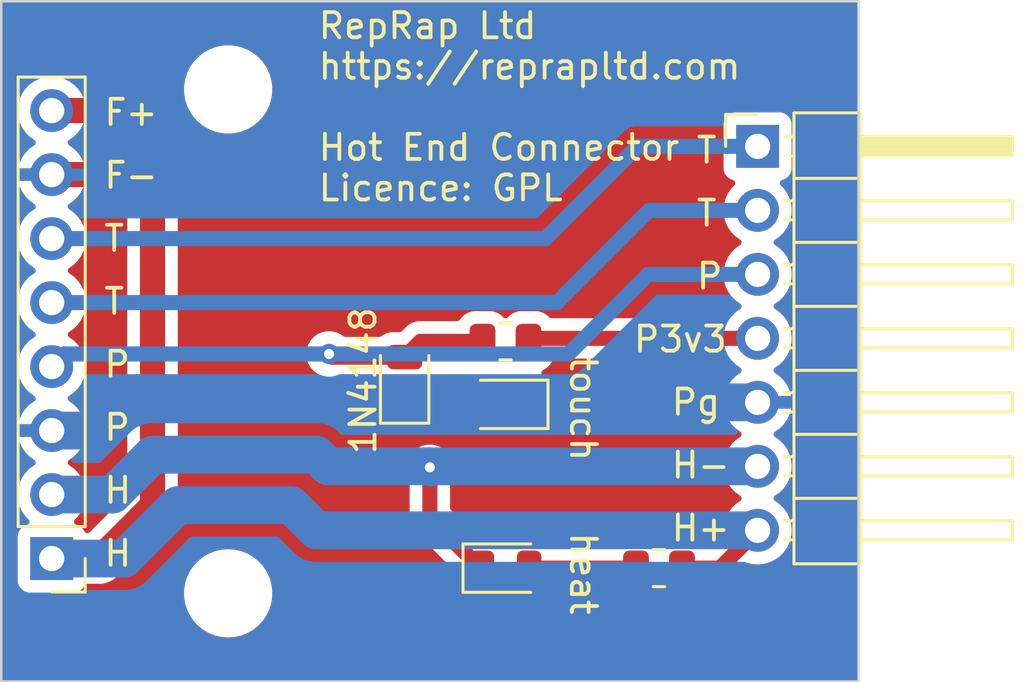
<source format=kicad_pcb>
(kicad_pcb (version 20221018) (generator pcbnew)
  (layers (0 "F.Cu" signal) (31 "B.Cu" signal) (34 "B.Paste" user) (35 "F.Paste" user) (36 "B.SilkS" user "B.Silkscreen") (37 "F.SilkS" user "F.Silkscreen") (38 "B.Mask" user) (39 "F.Mask" user) (44 "Edge.Cuts" user))
  (net 0 "")
  (net 1 "/H-")
  (net 2 "Net-(D1-A)")
  (net 3 "/GND")
  (net 4 "/probe")
  (net 5 "/T-b")
  (net 6 "/T-a")
  (net 7 "/+3V3")
  (net 8 "/+12V")
  (net 9 "Net-(D2-A)")
  (footprint "Resistor_SMD:R_0805_2012Metric" (layer "F.Cu") (at 55.0875 177)
    (fp_text reference "R1" hide)
    (fp_text value "820R")
    (fp_line (start -0.227064 -0.735) (end 0.227064 -0.735) (stroke (width 0.12)) (layer "F.SilkS"))
    (fp_line (start -0.227064 0.735) (end 0.227064 0.735) (stroke (width 0.12)) (layer "F.SilkS"))
    (pad "1" smd roundrect (at -0.9125 0) (size 1.025 1.4) (layers "F.Cu" "F.Paste" "F.Mask") (roundrect_rratio 0.243902439) (net 2 "Net-(D1-A)"))
    (pad "2" smd roundrect (at 0.9125 0) (size 1.025 1.4) (layers "F.Cu" "F.Paste" "F.Mask") (roundrect_rratio 0.243902439) (net 8 "/+12V"))
  )
  (footprint "Resistor_SMD:R_0805_2012Metric" (layer "F.Cu") (at 49 168)
    (fp_text reference "R2" hide)
    (fp_text value "220R")
    (fp_line (start -0.227064 -0.735) (end 0.227064 -0.735) (stroke (width 0.12)) (layer "F.SilkS"))
    (fp_line (start -0.227064 0.735) (end 0.227064 0.735) (stroke (width 0.12)) (layer "F.SilkS"))
    (pad "1" smd roundrect (at -0.9125 0) (size 1.025 1.4) (layers "F.Cu" "F.Paste" "F.Mask") (roundrect_rratio 0.243902439) (net 4 "/probe"))
    (pad "2" smd roundrect (at 0.9125 0) (size 1.025 1.4) (layers "F.Cu" "F.Paste" "F.Mask") (roundrect_rratio 0.243902439) (net 7 "/+3V3"))
  )
  (footprint "MountingHole:MountingHole_3mm" (layer "F.Cu") (at 38 178)
    (fp_text reference "H1" hide)
    (fp_text value "MountingHole" hide)
    (pad "" np_thru_hole circle (at 0 0) (size 3 3) (drill 3) (layers "*.Cu" "*.Mask"))
  )
  (footprint "Diode_SMD:D_0805_2012Metric" (layer "F.Cu") (at 45 169.5625 90)
    (fp_text reference "1N4148" (at 0 -1.65 90) (layer "F.SilkS"))
    (fp_text value "1N4148" hide)
    (fp_line (start -1.685 -0.96) (end -1.685 0.96) (stroke (width 0.12)) (layer "F.SilkS"))
    (fp_line (start -1.685 0.96) (end 1 0.96) (stroke (width 0.12)) (layer "F.SilkS"))
    (fp_line (start 1 -0.96) (end -1.685 -0.96) (stroke (width 0.12)) (layer "F.SilkS"))
    (pad "1" smd roundrect (at -0.9375 0 90) (size 0.975 1.4) (layers "F.Cu" "F.Paste" "F.Mask") (net 9 "Net-(D2-A)"))
    (pad "2" smd roundrect (at 0.9375 0 90) (size 0.975 1.4) (layers "F.Cu" "F.Paste" "F.Mask") (net 4 "/probe"))
  )
  (footprint "MountingHole:MountingHole_3mm" (layer "F.Cu") (at 38 158)
    (fp_text reference "H2" hide)
    (fp_text value "MountingHole" hide)
    (pad "" np_thru_hole circle (at 0 0) (size 3 3) (drill 3) (layers "*.Cu" "*.Mask"))
  )
  (footprint "LED_SMD:LED_0805_2012Metric" (layer "F.Cu") (at 49 177)
    (fp_text reference "D1" hide)
    (fp_text value "LED" hide)
    (fp_line (start -1.685 -0.96) (end -1.685 0.96) (stroke (width 0.12)) (layer "F.SilkS"))
    (fp_line (start -1.685 0.96) (end 1 0.96) (stroke (width 0.12)) (layer "F.SilkS"))
    (fp_line (start 1 -0.96) (end -1.685 -0.96) (stroke (width 0.12)) (layer "F.SilkS"))
    (pad "1" smd roundrect (at -0.9375 0) (size 0.975 1.4) (layers "F.Cu" "F.Paste" "F.Mask") (net 1 "/H-"))
    (pad "2" smd roundrect (at 0.9375 0) (size 0.975 1.4) (layers "F.Cu" "F.Paste" "F.Mask") (net 2 "Net-(D1-A)"))
  )
  (footprint "LED_SMD:LED_0805_2012Metric" (layer "F.Cu") (at 49 170.5 180)
    (fp_text reference "D2" hide)
    (fp_text value "LED" hide)
    (fp_line (start -1.685 -0.96) (end -1.685 0.96) (stroke (width 0.12)) (layer "F.SilkS"))
    (fp_line (start -1.685 0.96) (end 1 0.96) (stroke (width 0.12)) (layer "F.SilkS"))
    (fp_line (start 1 -0.96) (end -1.685 -0.96) (stroke (width 0.12)) (layer "F.SilkS"))
    (pad "1" smd roundrect (at -0.9375 0 180) (size 0.975 1.4) (layers "F.Cu" "F.Paste" "F.Mask") (net 3 "/GND"))
    (pad "2" smd roundrect (at 0.9375 0 180) (size 0.975 1.4) (layers "F.Cu" "F.Paste" "F.Mask") (net 9 "Net-(D2-A)"))
  )
  (footprint "Connector_PinHeader_2.54mm:PinHeader_1x07_P2.54mm_Horizontal" (layer "F.Cu") (at 59 160.26)
    (fp_text reference "J1" hide)
    (fp_text value "~" hide)
    (fp_line (start -1.27 -1.27) (end 0 -1.27) (stroke (width 0.12)) (layer "F.SilkS"))
    (fp_line (start -1.27 0) (end -1.27 -1.27) (stroke (width 0.12)) (layer "F.SilkS"))
    (fp_line (start 1.042929 2.16) (end 1.44 2.16) (stroke (width 0.12)) (layer "F.SilkS"))
    (fp_line (start 1.042929 2.92) (end 1.44 2.92) (stroke (width 0.12)) (layer "F.SilkS"))
    (fp_line (start 1.042929 4.7) (end 1.44 4.7) (stroke (width 0.12)) (layer "F.SilkS"))
    (fp_line (start 1.042929 5.46) (end 1.44 5.46) (stroke (width 0.12)) (layer "F.SilkS"))
    (fp_line (start 1.042929 7.24) (end 1.44 7.24) (stroke (width 0.12)) (layer "F.SilkS"))
    (fp_line (start 1.042929 8) (end 1.44 8) (stroke (width 0.12)) (layer "F.SilkS"))
    (fp_line (start 1.042929 9.78) (end 1.44 9.78) (stroke (width 0.12)) (layer "F.SilkS"))
    (fp_line (start 1.042929 10.54) (end 1.44 10.54) (stroke (width 0.12)) (layer "F.SilkS"))
    (fp_line (start 1.042929 12.32) (end 1.44 12.32) (stroke (width 0.12)) (layer "F.SilkS"))
    (fp_line (start 1.042929 13.08) (end 1.44 13.08) (stroke (width 0.12)) (layer "F.SilkS"))
    (fp_line (start 1.042929 14.86) (end 1.44 14.86) (stroke (width 0.12)) (layer "F.SilkS"))
    (fp_line (start 1.042929 15.62) (end 1.44 15.62) (stroke (width 0.12)) (layer "F.SilkS"))
    (fp_line (start 1.11 -0.38) (end 1.44 -0.38) (stroke (width 0.12)) (layer "F.SilkS"))
    (fp_line (start 1.11 0.38) (end 1.44 0.38) (stroke (width 0.12)) (layer "F.SilkS"))
    (fp_line (start 1.44 -1.33) (end 1.44 16.57) (stroke (width 0.12)) (layer "F.SilkS"))
    (fp_line (start 1.44 1.27) (end 4.1 1.27) (stroke (width 0.12)) (layer "F.SilkS"))
    (fp_line (start 1.44 3.81) (end 4.1 3.81) (stroke (width 0.12)) (layer "F.SilkS"))
    (fp_line (start 1.44 6.35) (end 4.1 6.35) (stroke (width 0.12)) (layer "F.SilkS"))
    (fp_line (start 1.44 8.89) (end 4.1 8.89) (stroke (width 0.12)) (layer "F.SilkS"))
    (fp_line (start 1.44 11.43) (end 4.1 11.43) (stroke (width 0.12)) (layer "F.SilkS"))
    (fp_line (start 1.44 13.97) (end 4.1 13.97) (stroke (width 0.12)) (layer "F.SilkS"))
    (fp_line (start 1.44 16.57) (end 4.1 16.57) (stroke (width 0.12)) (layer "F.SilkS"))
    (fp_line (start 4.1 -1.33) (end 1.44 -1.33) (stroke (width 0.12)) (layer "F.SilkS"))
    (fp_line (start 4.1 -0.38) (end 10.1 -0.38) (stroke (width 0.12)) (layer "F.SilkS"))
    (fp_line (start 4.1 -0.32) (end 10.1 -0.32) (stroke (width 0.12)) (layer "F.SilkS"))
    (fp_line (start 4.1 -0.2) (end 10.1 -0.2) (stroke (width 0.12)) (layer "F.SilkS"))
    (fp_line (start 4.1 -0.08) (end 10.1 -0.08) (stroke (width 0.12)) (layer "F.SilkS"))
    (fp_line (start 4.1 0.04) (end 10.1 0.04) (stroke (width 0.12)) (layer "F.SilkS"))
    (fp_line (start 4.1 0.16) (end 10.1 0.16) (stroke (width 0.12)) (layer "F.SilkS"))
    (fp_line (start 4.1 0.28) (end 10.1 0.28) (stroke (width 0.12)) (layer "F.SilkS"))
    (fp_line (start 4.1 2.16) (end 10.1 2.16) (stroke (width 0.12)) (layer "F.SilkS"))
    (fp_line (start 4.1 4.7) (end 10.1 4.7) (stroke (width 0.12)) (layer "F.SilkS"))
    (fp_line (start 4.1 7.24) (end 10.1 7.24) (stroke (width 0.12)) (layer "F.SilkS"))
    (fp_line (start 4.1 9.78) (end 10.1 9.78) (stroke (width 0.12)) (layer "F.SilkS"))
    (fp_line (start 4.1 12.32) (end 10.1 12.32) (stroke (width 0.12)) (layer "F.SilkS"))
    (fp_line (start 4.1 14.86) (end 10.1 14.86) (stroke (width 0.12)) (layer "F.SilkS"))
    (fp_line (start 4.1 16.57) (end 4.1 -1.33) (stroke (width 0.12)) (layer "F.SilkS"))
    (fp_line (start 10.1 -0.38) (end 10.1 0.38) (stroke (width 0.12)) (layer "F.SilkS"))
    (fp_line (start 10.1 0.38) (end 4.1 0.38) (stroke (width 0.12)) (layer "F.SilkS"))
    (fp_line (start 10.1 2.16) (end 10.1 2.92) (stroke (width 0.12)) (layer "F.SilkS"))
    (fp_line (start 10.1 2.92) (end 4.1 2.92) (stroke (width 0.12)) (layer "F.SilkS"))
    (fp_line (start 10.1 4.7) (end 10.1 5.46) (stroke (width 0.12)) (layer "F.SilkS"))
    (fp_line (start 10.1 5.46) (end 4.1 5.46) (stroke (width 0.12)) (layer "F.SilkS"))
    (fp_line (start 10.1 7.24) (end 10.1 8) (stroke (width 0.12)) (layer "F.SilkS"))
    (fp_line (start 10.1 8) (end 4.1 8) (stroke (width 0.12)) (layer "F.SilkS"))
    (fp_line (start 10.1 9.78) (end 10.1 10.54) (stroke (width 0.12)) (layer "F.SilkS"))
    (fp_line (start 10.1 10.54) (end 4.1 10.54) (stroke (width 0.12)) (layer "F.SilkS"))
    (fp_line (start 10.1 12.32) (end 10.1 13.08) (stroke (width 0.12)) (layer "F.SilkS"))
    (fp_line (start 10.1 13.08) (end 4.1 13.08) (stroke (width 0.12)) (layer "F.SilkS"))
    (fp_line (start 10.1 14.86) (end 10.1 15.62) (stroke (width 0.12)) (layer "F.SilkS"))
    (fp_line (start 10.1 15.62) (end 4.1 15.62) (stroke (width 0.12)) (layer "F.SilkS"))
    (pad "1" thru_hole rect (at 0 0) (size 1.7 1.7) (drill 1) (layers "*.Cu" "*.Mask") (net 5 "/T-b"))
    (pad "2" thru_hole oval (at 0 2.54) (size 1.7 1.7) (drill 1) (layers "*.Cu" "*.Mask") (net 6 "/T-a"))
    (pad "3" thru_hole oval (at 0 5.08) (size 1.7 1.7) (drill 1) (layers "*.Cu" "*.Mask") (net 4 "/probe"))
    (pad "4" thru_hole oval (at 0 7.62) (size 1.7 1.7) (drill 1) (layers "*.Cu" "*.Mask") (net 7 "/+3V3"))
    (pad "5" thru_hole oval (at 0 10.16) (size 1.7 1.7) (drill 1) (layers "*.Cu" "*.Mask") (net 3 "/GND"))
    (pad "6" thru_hole oval (at 0 12.7) (size 1.7 1.7) (drill 1) (layers "*.Cu" "*.Mask") (net 1 "/H-"))
    (pad "7" thru_hole oval (at 0 15.24) (size 1.7 1.7) (drill 1) (layers "*.Cu" "*.Mask") (net 8 "/+12V"))
  )
  (footprint "Connector_PinHeader_2.54mm:PinHeader_1x08_P2.54mm_Vertical" (layer "F.Cu") (at 31 176.62 180)
    (fp_text reference "J2" hide)
    (fp_text value "~" hide)
    (fp_line (start -1.33 -1.33) (end 0 -1.33) (stroke (width 0.12)) (layer "F.SilkS"))
    (fp_line (start -1.33 0) (end -1.33 -1.33) (stroke (width 0.12)) (layer "F.SilkS"))
    (fp_line (start -1.33 1.27) (end -1.33 19.11) (stroke (width 0.12)) (layer "F.SilkS"))
    (fp_line (start -1.33 1.27) (end 1.33 1.27) (stroke (width 0.12)) (layer "F.SilkS"))
    (fp_line (start -1.33 19.11) (end 1.33 19.11) (stroke (width 0.12)) (layer "F.SilkS"))
    (fp_line (start 1.33 1.27) (end 1.33 19.11) (stroke (width 0.12)) (layer "F.SilkS"))
    (pad "1" thru_hole rect (at 0 0 180) (size 1.7 1.7) (drill 1) (layers "*.Cu" "*.Mask") (net 8 "/+12V"))
    (pad "2" thru_hole oval (at 0 2.54 180) (size 1.7 1.7) (drill 1) (layers "*.Cu" "*.Mask") (net 1 "/H-"))
    (pad "3" thru_hole oval (at 0 5.08 180) (size 1.7 1.7) (drill 1) (layers "*.Cu" "*.Mask") (net 3 "/GND"))
    (pad "4" thru_hole oval (at 0 7.62 180) (size 1.7 1.7) (drill 1) (layers "*.Cu" "*.Mask") (net 4 "/probe"))
    (pad "5" thru_hole oval (at 0 10.16 180) (size 1.7 1.7) (drill 1) (layers "*.Cu" "*.Mask") (net 6 "/T-a"))
    (pad "6" thru_hole oval (at 0 12.7 180) (size 1.7 1.7) (drill 1) (layers "*.Cu" "*.Mask") (net 5 "/T-b"))
    (pad "7" thru_hole oval (at 0 15.24 180) (size 1.7 1.7) (drill 1) (layers "*.Cu" "*.Mask") (net 3 "/GND"))
    (pad "8" thru_hole oval (at 0 17.78 180) (size 1.7 1.7) (drill 1) (layers "*.Cu" "*.Mask") (net 8 "/+12V"))
  )
  (gr_line (start 29 181.5) (end 29 154.5) (stroke (width 0.1)) (layer "Edge.Cuts"))
  (gr_line (start 63 154.5) (end 63 181.5) (stroke (width 0.1)) (layer "Edge.Cuts"))
  (gr_line (start 29 154.5) (end 63 154.5) (stroke (width 0.1)) (layer "Edge.Cuts"))
  (gr_line (start 63 181.5) (end 29 181.5) (stroke (width 0.1)) (layer "Edge.Cuts"))
  (gr_text "T" (at 56.5 163.5) (layer "F.SilkS") (effects (font (size 1 1)) (justify left bottom)))
  (gr_text "heat" (at 51.5 175.5 -90) (layer "F.SilkS") (effects (font (size 1 1)) (justify left bottom)))
  (gr_text "H" (at 33 177) (layer "F.SilkS") (effects (font (size 1 1)) (justify left bottom)))
  (gr_text "P" (at 33 172) (layer "F.SilkS") (effects (font (size 1 1)) (justify left bottom)))
  (gr_text "T" (at 56.5 161) (layer "F.SilkS") (effects (font (size 1 1)) (justify left bottom)))
  (gr_text "F+" (at 33 159.5) (layer "F.SilkS") (effects (font (size 1 1)) (justify left bottom)))
  (gr_text "touch" (at 51.5 168.5 270) (layer "F.SilkS") (effects (font (size 1 1)) (justify left bottom)))
  (gr_text "H+" (at 55.5 176) (layer "F.SilkS") (effects (font (size 1 1)) (justify left bottom)))
  (gr_text "H-" (at 55.5 173.5) (layer "F.SilkS") (effects (font (size 1 1)) (justify left bottom)))
  (gr_text "F-" (at 33 162) (layer "F.SilkS") (effects (font (size 1 1)) (justify left bottom)))
  (gr_text "P3v3" (at 54 168.5) (layer "F.SilkS") (effects (font (size 1 1)) (justify left bottom)))
  (gr_text "T" (at 33 167) (layer "F.SilkS") (effects (font (size 1 1)) (justify left bottom)))
  (gr_text "RepRap Ltd\nhttps://reprapltd.com\n\nHot End Connector\nLicence: GPL" (at 41.5 162.5) (layer "F.SilkS") (effects (font (size 1 1)) (justify left bottom)))
  (gr_text "Pg" (at 55.5 171) (layer "F.SilkS") (effects (font (size 1 1)) (justify left bottom)))
  (gr_text "T" (at 33 164.5) (layer "F.SilkS") (effects (font (size 1 1)) (justify left bottom)))
  (gr_text "H" (at 33 174.5) (layer "F.SilkS") (effects (font (size 1 1)) (justify left bottom)))
  (gr_text "P" (at 56.5 166) (layer "F.SilkS") (effects (font (size 1 1)) (justify left bottom)))
  (gr_text "P" (at 33 169.5) (layer "F.SilkS") (effects (font (size 1 1)) (justify left bottom)))
  (segment (start 46 175) (end 46 173) (width 0.6) (layer "F.Cu") (net 1))
  (segment (start 48 177) (end 46 175) (width 0.6) (layer "F.Cu") (net 1))
  (segment (start 48.0625 177) (end 48 177) (width 0.6) (layer "F.Cu") (net 1))
  (via (at 46 173) (size 0.8) (drill 0.4) (layers "F.Cu" "B.Cu") (net 1))
  (segment (start 41.5 172.5) (end 35 172.5) (width 1.5) (layer "B.Cu") (net 1))
  (segment (start 33.42 174.08) (end 31 174.08) (width 1.5) (layer "B.Cu") (net 1))
  (segment (start 35 172.5) (end 33.42 174.08) (width 1.5) (layer "B.Cu") (net 1))
  (segment (start 46 173) (end 45.96 172.96) (width 1.5) (layer "B.Cu") (net 1))
  (segment (start 59 172.96) (end 46.04 172.96) (width 1.5) (layer "B.Cu") (net 1))
  (segment (start 41.96 172.96) (end 41.5 172.5) (width 1.5) (layer "B.Cu") (net 1))
  (segment (start 46.04 172.96) (end 46 173) (width 1.5) (layer "B.Cu") (net 1))
  (segment (start 45.96 172.96) (end 41.96 172.96) (width 1.5) (layer "B.Cu") (net 1))
  (segment (start 54.175 177) (end 49.9375 177) (width 0.6) (layer "F.Cu") (net 2))
  (segment (start 49.9375 170.5) (end 50.0175 170.42) (width 0.6) (layer "F.Cu") (net 3))
  (segment (start 32.96 171.54) (end 31 171.54) (width 1) (layer "F.Cu") (net 3))
  (segment (start 31 161.38) (end 32.88 161.38) (width 1) (layer "F.Cu") (net 3))
  (segment (start 33 171.5) (end 32.96 171.54) (width 1) (layer "F.Cu") (net 3))
  (segment (start 50.0175 170.42) (end 59 170.42) (width 0.6) (layer "F.Cu") (net 3))
  (segment (start 33 161.5) (end 33 171.5) (width 1) (layer "F.Cu") (net 3))
  (segment (start 32.88 161.38) (end 33 161.5) (width 1) (layer "F.Cu") (net 3))
  (segment (start 59 170.42) (end 34.08 170.42) (width 1.5) (layer "B.Cu") (net 3))
  (segment (start 34.08 170.42) (end 32.96 171.54) (width 1.5) (layer "B.Cu") (net 3))
  (segment (start 32.96 171.54) (end 31 171.54) (width 1.5) (layer "B.Cu") (net 3))
  (segment (start 48.0875 168) (end 45.625 168) (width 0.6) (layer "F.Cu") (net 4))
  (segment (start 42.125 168.625) (end 42 168.5) (width 0.6) (layer "F.Cu") (net 4))
  (segment (start 45 168.625) (end 42.125 168.625) (width 0.6) (layer "F.Cu") (net 4))
  (segment (start 45.625 168) (end 45 168.625) (width 0.6) (layer "F.Cu") (net 4))
  (via (at 42 168.5) (size 0.8) (drill 0.4) (layers "F.Cu" "B.Cu") (net 4))
  (segment (start 54.66 165.34) (end 51.5 168.5) (width 0.6) (layer "B.Cu") (net 4))
  (segment (start 59 165.34) (end 54.66 165.34) (width 0.6) (layer "B.Cu") (net 4))
  (segment (start 31.5 168.5) (end 31 169) (width 0.6) (layer "B.Cu") (net 4))
  (segment (start 42 168.5) (end 31.5 168.5) (width 0.6) (layer "B.Cu") (net 4))
  (segment (start 51.5 168.5) (end 42 168.5) (width 0.6) (layer "B.Cu") (net 4))
  (segment (start 31 163.92) (end 50.58 163.92) (width 0.6) (layer "B.Cu") (net 5))
  (segment (start 50.58 163.92) (end 54.24 160.26) (width 0.6) (layer "B.Cu") (net 5))
  (segment (start 54.24 160.26) (end 59 160.26) (width 0.6) (layer "B.Cu") (net 5))
  (segment (start 51.04 166.46) (end 54.7 162.8) (width 0.6) (layer "B.Cu") (net 6))
  (segment (start 31 166.46) (end 51.04 166.46) (width 0.6) (layer "B.Cu") (net 6))
  (segment (start 54.7 162.8) (end 59 162.8) (width 0.6) (layer "B.Cu") (net 6))
  (segment (start 59 167.88) (end 50.0325 167.88) (width 0.6) (layer "F.Cu") (net 7))
  (segment (start 50.0325 167.88) (end 49.9125 168) (width 0.6) (layer "F.Cu") (net 7))
  (segment (start 32.84 158.84) (end 31 158.84) (width 1) (layer "F.Cu") (net 8))
  (segment (start 31 176.62) (end 32.88 176.62) (width 1) (layer "F.Cu") (net 8))
  (segment (start 57.5 177) (end 56 177) (width 0.6) (layer "F.Cu") (net 8))
  (segment (start 57.5 177) (end 59 175.5) (width 0.6) (layer "F.Cu") (net 8))
  (segment (start 35 161) (end 32.84 158.84) (width 1) (layer "F.Cu") (net 8))
  (segment (start 32.88 176.62) (end 35 174.5) (width 1) (layer "F.Cu") (net 8))
  (segment (start 35 174.5) (end 35 161) (width 1) (layer "F.Cu") (net 8))
  (segment (start 40.5 174.5) (end 36 174.5) (width 1.5) (layer "B.Cu") (net 8))
  (segment (start 36 174.5) (end 33.88 176.62) (width 1.5) (layer "B.Cu") (net 8))
  (segment (start 33.88 176.62) (end 31 176.62) (width 1.5) (layer "B.Cu") (net 8))
  (segment (start 59 175.5) (end 41.5 175.5) (width 1.5) (layer "B.Cu") (net 8))
  (segment (start 41.5 175.5) (end 40.5 174.5) (width 1.5) (layer "B.Cu") (net 8))
  (segment (start 45 170.5) (end 48.0625 170.5) (width 0.6) (layer "F.Cu") (net 9))
  (zone (net 3) (net_name "/GND") (layer "F.Cu") (connect_pads (clearance 0.5)) (min_thickness 0.25) (fill yes (thermal_gap 0.5) (thermal_bridge_width 0.5))
    (polygon (pts (xy 29 154.5) (xy 63 154.5) (xy 63 181.5) (xy 29 181.5)))
  )
  (zone (net 3) (net_name "/GND") (layer "B.Cu") (priority 1) (connect_pads (clearance 0.5)) (min_thickness 0.25) (fill yes (thermal_gap 0.5) (thermal_bridge_width 0.5))
    (polygon (pts (xy 29 154.5) (xy 63 154.5) (xy 63 181.5) (xy 29 181.5)))
  )
)
</source>
